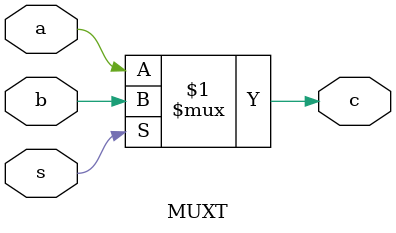
<source format=v>
/* Generated by Yosys 0.22 (git sha1 f109fa3d4c5, clang 13.0.0 -fPIC -Os) */

module MAC(NBART, clk, rst, a, b, d);
  input NBART;
	wire _MUX0_;
	wire _MUX1_;
	wire _MUX2_;
	wire _MUX3_;
	wire _MUX4_;
	wire _MUX5_;
	wire _MUX6_;
	wire _MUX7_;
	wire _MUX8_;
	wire _MUX9_;
	wire _MUX10_;
	wire _MUX11_;
wire CK;
  wire [3:0] R1;
  wire [3:0] R2;
  wire _0_;
  wire _10_;
  wire [3:0] _11_;
  wire [3:0] _12_;
  wire _1_;
  wire _2_;
  wire _3_;
  wire _4_;
  wire _5_;
  wire _6_;
  wire _7_;
  wire _8_;
  wire _9_;
  input [3:0] a;
  wire [3:0] a;
  input [3:0] b;
  wire [3:0] b;
  input clk;
  wire clk;
  output [3:0] d;
  wire [3:0] d;
  input rst;
  wire rst;
  INVX1 _13_ (
    .A(CK),
    .Y(_0_)
  );
  NAND2X1 _14_ (
    .A(R1[0]),
    .B(R2[0]),
    .Y(_2_)
  );
  XOR2X1 _15_ (
    .A(R1[1]),
    .B(R2[1]),
    .Y(_3_)
  );
  XNOR2X1 _16_ (
    .A(_3_),
    .B(_2_),
    .Y(_12_[1])
  );
  NAND2X1 _17_ (
    .A(R1[1]),
    .B(R2[1]),
    .Y(_4_)
  );
  NOR2X1 _18_ (
    .A(R2[1]),
    .B(R1[1]),
    .Y(_5_)
  );
  OAI21X1 _19_ (
    .A(_5_),
    .B(_2_),
    .C(_4_),
    .Y(_6_)
  );
  XOR2X1 _20_ (
    .A(R1[2]),
    .B(R2[2]),
    .Y(_7_)
  );
  XOR2X1 _21_ (
    .A(_6_),
    .B(_7_),
    .Y(_12_[2])
  );
  AND2X2 _22_ (
    .A(R1[2]),
    .B(R2[2]),
    .Y(_8_)
  );
  AOI21X1 _23_ (
    .A(_7_),
    .B(_6_),
    .C(_8_),
    .Y(_9_)
  );
  XOR2X1 _24_ (
    .A(R1[3]),
    .B(R2[3]),
    .Y(_10_)
  );
  XNOR2X1 _25_ (
    .A(_9_),
    .B(_10_),
    .Y(_12_[3])
  );
  XOR2X1 _26_ (
    .A(R1[0]),
    .B(R2[0]),
    .Y(_11_[0])
  );
  INVX1 _27_ (
    .A(rst),
    .Y(_1_)
  );
  DFFSR _28_ (
   .CLK(_MUX0_),
    .D(_12_[3]),
    .Q(d[3]),
    .R(_1_),
    .S(1'h1)
  );
  DFFSR _29_ (
   .CLK(_MUX1_),
    .D(b[0]),
    .Q(R2[0]),
    .R(_1_),
    .S(1'h1)
  );
  DFFSR _30_ (
   .CLK(_MUX2_),
    .D(b[1]),
    .Q(R2[1]),
    .R(_1_),
    .S(1'h1)
  );
  DFFSR _31_ (
   .CLK(_MUX3_),
    .D(b[2]),
    .Q(R2[2]),
    .R(_1_),
    .S(1'h1)
  );
  DFFSR _32_ (
   .CLK(_MUX4_),
    .D(b[3]),
    .Q(R2[3]),
    .R(_1_),
    .S(1'h1)
  );
  DFFSR _33_ (
   .CLK(_MUX5_),
    .D(a[0]),
    .Q(R1[0]),
    .R(_1_),
    .S(1'h1)
  );
  DFFSR _34_ (
   .CLK(_MUX6_),
    .D(a[1]),
    .Q(R1[1]),
    .R(_1_),
    .S(1'h1)
  );
  DFFSR _35_ (
   .CLK(_MUX7_),
    .D(a[2]),
    .Q(R1[2]),
    .R(_1_),
    .S(1'h1)
  );
  DFFSR _36_ (
   .CLK(_MUX8_),
    .D(a[3]),
    .Q(R1[3]),
    .R(_1_),
    .S(1'h1)
  );
  DFFSR _37_ (
    .CLK(clk),
    .D(_0_),
    .Q(CK),
    .R(_1_),
    .S(1'h1)
  );
  DFFSR _38_ (
   .CLK(_MUX9_),
    .D(_11_[0]),
    .Q(d[0]),
    .R(_1_),
    .S(1'h1)
  );
  DFFSR _39_ (
   .CLK(_MUX10_),
    .D(_12_[1]),
    .Q(d[1]),
    .R(_1_),
    .S(1'h1)
  );
  DFFSR _40_ (
   .CLK(_MUX11_),
    .D(_12_[2]),
    .Q(d[2]),
    .R(_1_),
    .S(1'h1)
  );
  assign _12_[0] = _11_[0];
	MUXT M1(clk, CK, NBART, _MUX0_);
	MUXT M2(clk, CK, NBART, _MUX1_);
	MUXT M3(clk, CK, NBART, _MUX2_);
	MUXT M4(clk, CK, NBART, _MUX3_);
	MUXT M5(clk, CK, NBART, _MUX4_);
	MUXT M6(clk, CK, NBART, _MUX5_);
	MUXT M7(clk, CK, NBART, _MUX6_);
	MUXT M8(clk, CK, NBART, _MUX7_);
	MUXT M9(clk, CK, NBART, _MUX8_);
	MUXT M10(clk, CK, NBART, _MUX9_);
	MUXT M11(clk, CK, NBART, _MUX10_);
	MUXT M12(clk, CK, NBART, _MUX11_);
endmodule

module MUXT(input a,b,s, output c);
	assign c = (s) ? b : a;
endmodule
</source>
